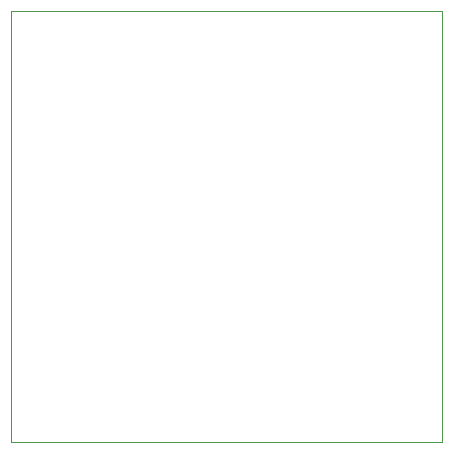
<source format=gbr>
%TF.GenerationSoftware,KiCad,Pcbnew,8.0.3*%
%TF.CreationDate,2024-07-08T22:13:47-05:00*%
%TF.ProjectId,3.3v Pro Micro,332e3376-2050-4726-9f20-4d6963726f2e,rev?*%
%TF.SameCoordinates,Original*%
%TF.FileFunction,Profile,NP*%
%FSLAX46Y46*%
G04 Gerber Fmt 4.6, Leading zero omitted, Abs format (unit mm)*
G04 Created by KiCad (PCBNEW 8.0.3) date 2024-07-08 22:13:47*
%MOMM*%
%LPD*%
G01*
G04 APERTURE LIST*
%TA.AperFunction,Profile*%
%ADD10C,0.050000*%
%TD*%
G04 APERTURE END LIST*
D10*
X124720000Y-79240000D02*
X161220000Y-79240000D01*
X161220000Y-115740000D01*
X124720000Y-115740000D01*
X124720000Y-79240000D01*
M02*

</source>
